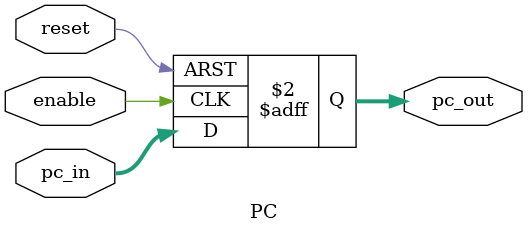
<source format=v>
module PC (
    input [31:0] pc_in,
    input enable,
    input reset,
    output reg [31:0] pc_out
);

always @(posedge enable or posedge reset) begin
    if (reset) begin
        pc_out <= 32'b0;
    end else begin
        pc_out <= pc_in;
    end
end

endmodule

</source>
